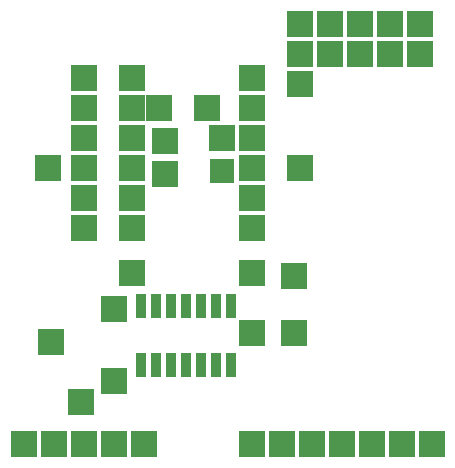
<source format=gbr>
G04 Generated by Ultiboard 13.0 *
%FSLAX34Y34*%
%MOMM*%

%ADD10C,0.0001*%
%ADD11R,2.1844X2.1844*%
%ADD12R,2.0320X2.0320*%
%ADD13R,2.1996X2.1996*%
%ADD14R,0.9200X2.0000*%
%ADD15R,2.2000X2.2000*%


G04 ColorRGB FF00CC for the following layer *
%LNSolder Mask Top*%
%LPD*%
G54D10*
G54D11*
X129540Y899160D03*
X170180Y899160D03*
X134620Y871220D03*
X182880Y873760D03*
X134620Y843280D03*
X248920Y919480D03*
X248920Y848360D03*
X106680Y759460D03*
X208280Y759460D03*
X208280Y614680D03*
X208280Y708660D03*
X243840Y708660D03*
X243840Y756920D03*
X38100Y701040D03*
X63500Y650240D03*
X91440Y668020D03*
X91440Y728980D03*
G54D12*
X182880Y845820D03*
G54D13*
X106680Y848360D03*
X208280Y848360D03*
X208280Y797560D03*
X208280Y822960D03*
X208280Y899160D03*
X106680Y899160D03*
X106680Y822960D03*
X106680Y797560D03*
X208280Y873760D03*
X106680Y873760D03*
X208280Y924560D03*
X106680Y924560D03*
G54D14*
X114300Y681120D03*
X127000Y681120D03*
X139700Y681120D03*
X152400Y681120D03*
X165100Y681120D03*
X177800Y681120D03*
X190500Y681120D03*
X114300Y731120D03*
X127000Y731120D03*
X139700Y731120D03*
X152400Y731120D03*
X165100Y731120D03*
X177800Y731120D03*
X190500Y731120D03*
G54D15*
X66040Y822960D03*
X66040Y924560D03*
X66040Y899160D03*
X66040Y873760D03*
X66040Y797560D03*
X66040Y848360D03*
X248920Y944880D03*
X324866Y944880D03*
X299720Y944880D03*
X274320Y944880D03*
X350520Y944880D03*
X325120Y970280D03*
X248920Y970280D03*
X274320Y970280D03*
X299720Y970280D03*
X350520Y970280D03*
X360680Y614680D03*
X335280Y614680D03*
X309880Y614680D03*
X284480Y614680D03*
X259080Y614680D03*
X233680Y614680D03*
X208280Y614680D03*
X116840Y614680D03*
X66040Y614680D03*
X40894Y614680D03*
X91440Y614680D03*
X15240Y614680D03*
X35560Y848360D03*

M02*

</source>
